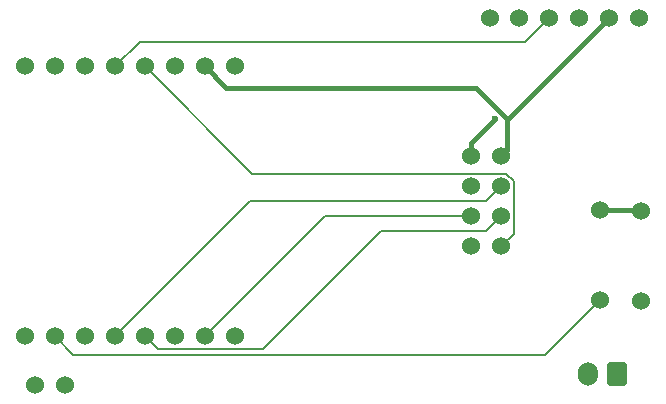
<source format=gbr>
%TF.GenerationSoftware,KiCad,Pcbnew,8.0.5*%
%TF.CreationDate,2024-10-20T20:04:23+02:00*%
%TF.ProjectId,weather,77656174-6865-4722-9e6b-696361645f70,rev?*%
%TF.SameCoordinates,Original*%
%TF.FileFunction,Copper,L1,Top*%
%TF.FilePolarity,Positive*%
%FSLAX46Y46*%
G04 Gerber Fmt 4.6, Leading zero omitted, Abs format (unit mm)*
G04 Created by KiCad (PCBNEW 8.0.5) date 2024-10-20 20:04:23*
%MOMM*%
%LPD*%
G01*
G04 APERTURE LIST*
G04 Aperture macros list*
%AMRoundRect*
0 Rectangle with rounded corners*
0 $1 Rounding radius*
0 $2 $3 $4 $5 $6 $7 $8 $9 X,Y pos of 4 corners*
0 Add a 4 corners polygon primitive as box body*
4,1,4,$2,$3,$4,$5,$6,$7,$8,$9,$2,$3,0*
0 Add four circle primitives for the rounded corners*
1,1,$1+$1,$2,$3*
1,1,$1+$1,$4,$5*
1,1,$1+$1,$6,$7*
1,1,$1+$1,$8,$9*
0 Add four rect primitives between the rounded corners*
20,1,$1+$1,$2,$3,$4,$5,0*
20,1,$1+$1,$4,$5,$6,$7,0*
20,1,$1+$1,$6,$7,$8,$9,0*
20,1,$1+$1,$8,$9,$2,$3,0*%
G04 Aperture macros list end*
%TA.AperFunction,ComponentPad*%
%ADD10C,1.524000*%
%TD*%
%TA.AperFunction,ComponentPad*%
%ADD11RoundRect,0.250000X0.600000X0.750000X-0.600000X0.750000X-0.600000X-0.750000X0.600000X-0.750000X0*%
%TD*%
%TA.AperFunction,ComponentPad*%
%ADD12O,1.700000X2.000000*%
%TD*%
%TA.AperFunction,ViaPad*%
%ADD13C,0.600000*%
%TD*%
%TA.AperFunction,Conductor*%
%ADD14C,0.200000*%
%TD*%
%TA.AperFunction,Conductor*%
%ADD15C,0.400000*%
%TD*%
G04 APERTURE END LIST*
D10*
%TO.P,R1,1*%
%TO.N,BAT*%
X116000000Y-93330000D03*
%TO.P,R1,2*%
%TO.N,Net-(R1-Pad2)*%
X116000000Y-85710000D03*
%TD*%
%TO.P,R2,1*%
%TO.N,Net-(R1-Pad2)*%
X112500000Y-85670000D03*
%TO.P,R2,2*%
%TO.N,/A0*%
X112500000Y-93290000D03*
%TD*%
%TO.P,ESP8266,1,TX*%
%TO.N,unconnected-(ESP8266-TX-Pad1)*%
X63840000Y-73500000D03*
%TO.P,ESP8266,2,RX*%
%TO.N,unconnected-(ESP8266-RX-Pad2)*%
X66380000Y-73500000D03*
%TO.P,ESP8266,3,D1*%
%TO.N,/BME_I2C_SCL*%
X68920000Y-73500000D03*
%TO.P,ESP8266,4,D2*%
%TO.N,/BME_I2C_SDA*%
X71460000Y-73500000D03*
%TO.P,ESP8266,5,D3*%
%TO.N,/DIS_BUSY*%
X74000000Y-73500000D03*
%TO.P,ESP8266,6,D4*%
%TO.N,/DIS_RST*%
X76540000Y-73500000D03*
%TO.P,ESP8266,7,GND*%
%TO.N,GND*%
X79080000Y-73500000D03*
%TO.P,ESP8266,8,VBUS*%
%TO.N,BAT*%
X81620000Y-73500000D03*
%TO.P,ESP8266,9,3V3*%
%TO.N,3V3*%
X81620000Y-96360000D03*
%TO.P,ESP8266,10,D8*%
%TO.N,/DIS_CS*%
X79080000Y-96360000D03*
%TO.P,ESP8266,11,D7*%
%TO.N,/DIS_SDA*%
X76540000Y-96360000D03*
%TO.P,ESP8266,12,D6*%
%TO.N,/DIS_DC*%
X74000000Y-96360000D03*
%TO.P,ESP8266,13,D5*%
%TO.N,/DIS_SCL*%
X71460000Y-96360000D03*
%TO.P,ESP8266,14,D0*%
%TO.N,/D0*%
X68920000Y-96360000D03*
%TO.P,ESP8266,15,A0*%
%TO.N,/A0*%
X66380000Y-96360000D03*
%TO.P,ESP8266,16,RST*%
%TO.N,/RST*%
X63840000Y-96360000D03*
%TD*%
%TO.P,BME280,1,VCC*%
%TO.N,3V3*%
X115800000Y-69420000D03*
%TO.P,BME280,2,GND*%
%TO.N,GND*%
X113260000Y-69420000D03*
%TO.P,BME280,3,SCL*%
%TO.N,/BME_I2C_SCL*%
X110720000Y-69420000D03*
%TO.P,BME280,4,SDA*%
%TO.N,/BME_I2C_SDA*%
X108180000Y-69420000D03*
%TO.P,BME280,5,CSB*%
%TO.N,unconnected-(BME280-CSB-Pad5)*%
X105640000Y-69420000D03*
%TO.P,BME280,6,SDO*%
%TO.N,unconnected-(BME280-SDO-Pad6)*%
X103220000Y-69420000D03*
%TD*%
D11*
%TO.P,-      +,1,+*%
%TO.N,BAT*%
X114000000Y-99500000D03*
D12*
%TO.P,-      +,2,-*%
%TO.N,GND*%
X111500000Y-99500000D03*
%TD*%
D10*
%TO.P,JP1,1,A*%
%TO.N,/D0*%
X67240000Y-100500000D03*
%TO.P,JP1,2,B*%
%TO.N,/RST*%
X64700000Y-100500000D03*
%TD*%
%TO.P,WeAct154EPD1,1,BUSY*%
%TO.N,/DIS_BUSY*%
X104140000Y-88740000D03*
%TO.P,WeAct154EPD1,2,RST*%
%TO.N,/DIS_RST*%
X101600000Y-88740000D03*
%TO.P,WeAct154EPD1,3,DC*%
%TO.N,/DIS_DC*%
X104140000Y-86200000D03*
%TO.P,WeAct154EPD1,4,CS*%
%TO.N,/DIS_CS*%
X101600000Y-86200000D03*
%TO.P,WeAct154EPD1,5,SCL*%
%TO.N,/DIS_SCL*%
X104140000Y-83660000D03*
%TO.P,WeAct154EPD1,6,SDA*%
%TO.N,/DIS_SDA*%
X101600000Y-83660000D03*
%TO.P,WeAct154EPD1,7,GND*%
%TO.N,GND*%
X104140000Y-81120000D03*
%TO.P,WeAct154EPD1,8,VCC*%
%TO.N,3V3*%
X101600000Y-81120000D03*
%TD*%
D13*
%TO.N,3V3*%
X103673400Y-77919400D03*
%TD*%
D14*
%TO.N,/BME_I2C_SDA*%
X71460000Y-73500000D02*
X73561400Y-71398600D01*
X73561400Y-71398600D02*
X106201400Y-71398600D01*
X106201400Y-71398600D02*
X108180000Y-69420000D01*
D15*
%TO.N,3V3*%
X101600000Y-81120000D02*
X101600000Y-79992800D01*
X101600000Y-79992800D02*
X103673400Y-77919400D01*
%TO.N,GND*%
X104729900Y-77950100D02*
X113260000Y-69420000D01*
X104696400Y-80563600D02*
X104696400Y-77950100D01*
X80860800Y-75280800D02*
X79080000Y-73500000D01*
X102027100Y-75280800D02*
X80860800Y-75280800D01*
X104140000Y-81120000D02*
X104696400Y-80563600D01*
X104696400Y-77950100D02*
X102027100Y-75280800D01*
X104696400Y-77950100D02*
X104729900Y-77950100D01*
D14*
%TO.N,/DIS_BUSY*%
X105236600Y-87643400D02*
X105236600Y-83196900D01*
X104140000Y-88740000D02*
X105236600Y-87643400D01*
X105236600Y-83196900D02*
X104605300Y-82565600D01*
X83065600Y-82565600D02*
X74000000Y-73500000D01*
X104605300Y-82565600D02*
X83065600Y-82565600D01*
%TO.N,/DIS_DC*%
X104140000Y-86200000D02*
X102870000Y-87470000D01*
X93978000Y-87470000D02*
X83987600Y-97460400D01*
X102870000Y-87470000D02*
X93978000Y-87470000D01*
X75100400Y-97460400D02*
X74000000Y-96360000D01*
X83987600Y-97460400D02*
X75100400Y-97460400D01*
%TO.N,/DIS_CS*%
X101600000Y-86200000D02*
X89240000Y-86200000D01*
X89240000Y-86200000D02*
X79080000Y-96360000D01*
%TO.N,/DIS_SCL*%
X104140000Y-83660000D02*
X102870000Y-84930000D01*
X82890000Y-84930000D02*
X71460000Y-96360000D01*
X102870000Y-84930000D02*
X82890000Y-84930000D01*
D15*
%TO.N,Net-(R1-Pad2)*%
X112500000Y-85670000D02*
X115960000Y-85670000D01*
D14*
X115960000Y-85670000D02*
X116000000Y-85710000D01*
%TO.N,/A0*%
X107889900Y-97900100D02*
X112500000Y-93290000D01*
X66380000Y-96360000D02*
X67920100Y-97900100D01*
X67920100Y-97900100D02*
X107889900Y-97900100D01*
%TD*%
M02*

</source>
